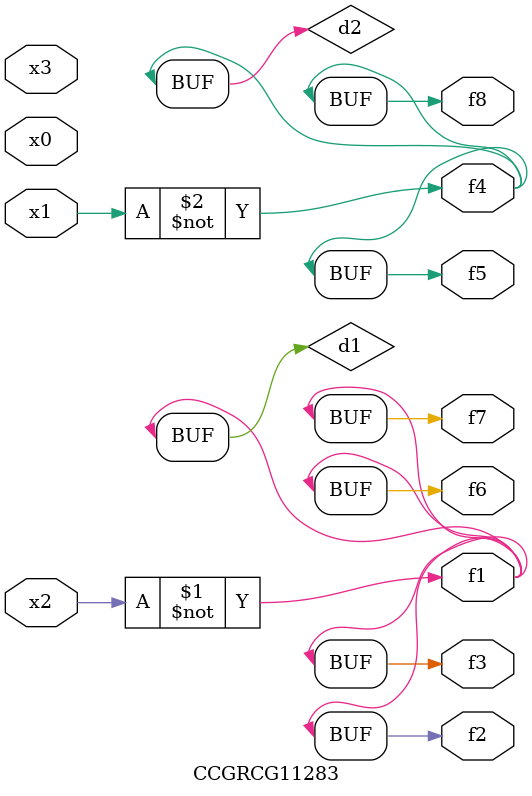
<source format=v>
module CCGRCG11283(
	input x0, x1, x2, x3,
	output f1, f2, f3, f4, f5, f6, f7, f8
);

	wire d1, d2;

	xnor (d1, x2);
	not (d2, x1);
	assign f1 = d1;
	assign f2 = d1;
	assign f3 = d1;
	assign f4 = d2;
	assign f5 = d2;
	assign f6 = d1;
	assign f7 = d1;
	assign f8 = d2;
endmodule

</source>
